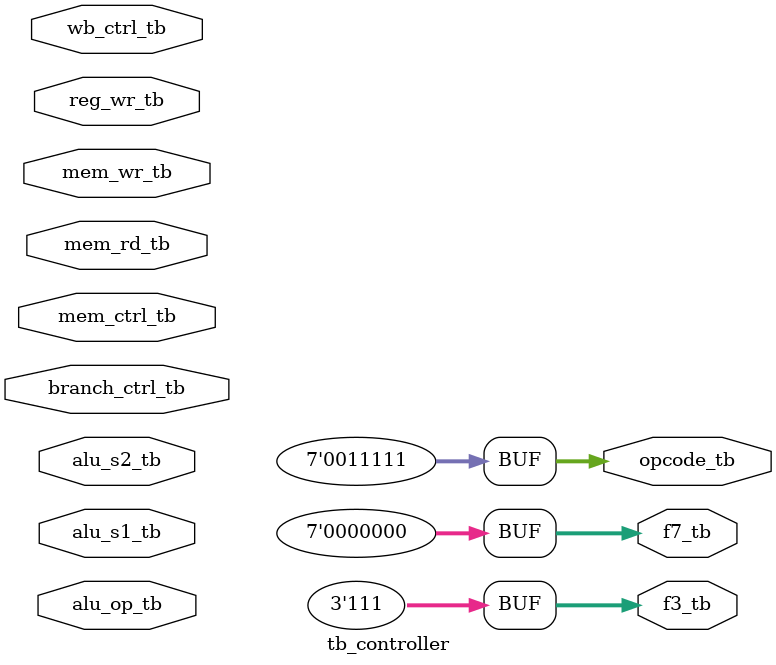
<source format=sv>
module tb_controller(f3_tb, f7_tb, opcode_tb, reg_wr_tb, mem_rd_tb, mem_wr_tb, wb_ctrl_tb, alu_op_tb, alu_s1_tb, alu_s2_tb, branch_ctrl_tb, mem_ctrl_tb);
	output logic [2:0] f3_tb;
	output logic [6:0] f7_tb;
	output logic [6:0] opcode_tb;
	input logic reg_wr_tb;
	input logic mem_rd_tb, mem_wr_tb;
	input logic [1:0] wb_ctrl_tb;
	input logic [2:0] branch_ctrl_tb;
	input logic [2:0] mem_ctrl_tb;
	input logic alu_s1_tb, alu_s2_tb;
	input logic [3:0] alu_op_tb;
	
	controller dut(.f3(f3_tb), 
				   .f7(f7_tb), 
				   .opcode(opcode_tb), 
				   .reg_wr(reg_wr_tb), 
				   .mem_rd(mem_rd_tb), 
				   .mem_wr(mem_wr_tb), 
				   .wb_ctrl(wb_ctrl_tb), 
				   .alu_op(alu_op_tb), 
				   .alu_s1(alu_s1_tb), 
				   .alu_s2(alu_s2_tb), 
				   .branch_ctrl(branch_ctrl_tb), 
				   .mem_ctrl(mem_ctrl_tb)
				  );
	
	initial begin
		$dumpfile("dump.vcd");
		$dumpvars(0, tb_controller);
		f7_tb = 7'b0;
		opcode_tb = 7'b0;
		f3_tb = 3'b0;
		#1 opcode_tb = 7'b0110011; // R-type
		f3_tb = 3'b000;
		#1 f7_tb = 7'b0100000;
		#1 f3_tb = 3'b001;
		#1 f7_tb = 7'b0;
		#1 f3_tb = 3'b010;
		#1 f3_tb = 3'b011;
		#1 f3_tb = 3'b100;
		#1 f3_tb = 3'b101;
		#1 f7_tb = 7'b0100000;
		#1 f3_tb = 3'b110;
		#1 f7_tb = 7'b0;
		#1 f3_tb = 3'b111;
		#1 opcode_tb = 7'b0010011; // IR-Type
		f3_tb = 3'b000;
		#1 f3_tb = 3'b001;
		#1 f3_tb = 3'b010;
		#1 f3_tb = 3'b011;
		#1 f3_tb = 3'b100;
		#1 f3_tb = 3'b101;
		#1 f3_tb = 3'b110;
		#1 f3_tb = 3'b111;
		#1 opcode_tb = 7'b0000011; // IL-Type
		f3_tb = 3'b000;
		#1 f3_tb = 3'b001;
		#1 f3_tb = 3'b010;
		#1 f3_tb = 3'b011;
		#1 f3_tb = 3'b100;
		#1 f3_tb = 3'b101;
		#1 f3_tb = 3'b110;
		#1 f3_tb = 3'b111;
		#1 opcode_tb = 7'b0100011; // S-type
		f3_tb = 3'b000;
		#1 f3_tb = 3'b001;
		#1 f3_tb = 3'b010;
		#1 f3_tb = 3'b011;
		#1 f3_tb = 3'b100;
		#1 f3_tb = 3'b101;
		#1 f3_tb = 3'b110;
		#1 f3_tb = 3'b111;
		#1 opcode_tb = 7'b1100011; // B-type
		f3_tb = 3'b000;
		#1 f3_tb = 3'b001;
		#1 f3_tb = 3'b010;
		#1 f3_tb = 3'b011;
		#1 f3_tb = 3'b100;
		#1 f3_tb = 3'b101;
		#1 f3_tb = 3'b110;
		#1 f3_tb = 3'b111;
		#1 opcode_tb = 7'b0110111; // LUI
		f3_tb = 3'b000;
		#1 f3_tb = 3'b001;
		#1 f3_tb = 3'b010;
		#1 f3_tb = 3'b011;
		#1 f3_tb = 3'b100;
		#1 f3_tb = 3'b101;
		#1 f3_tb = 3'b110;
		#1 f3_tb = 3'b111;
		#1 opcode_tb = 7'b0010111; // AUPIC
		f3_tb = 3'b000;
		#1 f3_tb = 3'b001;
		#1 f3_tb = 3'b010;
		#1 f3_tb = 3'b011;
		#1 f3_tb = 3'b100;
		#1 f3_tb = 3'b101;
		#1 f3_tb = 3'b110;
		#1 f3_tb = 3'b111;
		#1 opcode_tb = 7'b1101111; // JAL
		f3_tb = 3'b000;
		#1 f3_tb = 3'b001;
		#1 f3_tb = 3'b010;
		#1 f3_tb = 3'b011;
		#1 f3_tb = 3'b100;
		#1 f3_tb = 3'b101;
		#1 f3_tb = 3'b110;
		#1 f3_tb = 3'b111;
		#1 opcode_tb = 7'b0010111; // JALR
		f3_tb = 3'b000;
		#1 f3_tb = 3'b001;
		#1 f3_tb = 3'b010;
		#1 f3_tb = 3'b011;
		#1 f3_tb = 3'b100;
		#1 f3_tb = 3'b101;
		#1 f3_tb = 3'b110;
		#1 f3_tb = 3'b111;
		#1 opcode_tb = 7'b0011111; // default case
	end
endmodule
</source>
